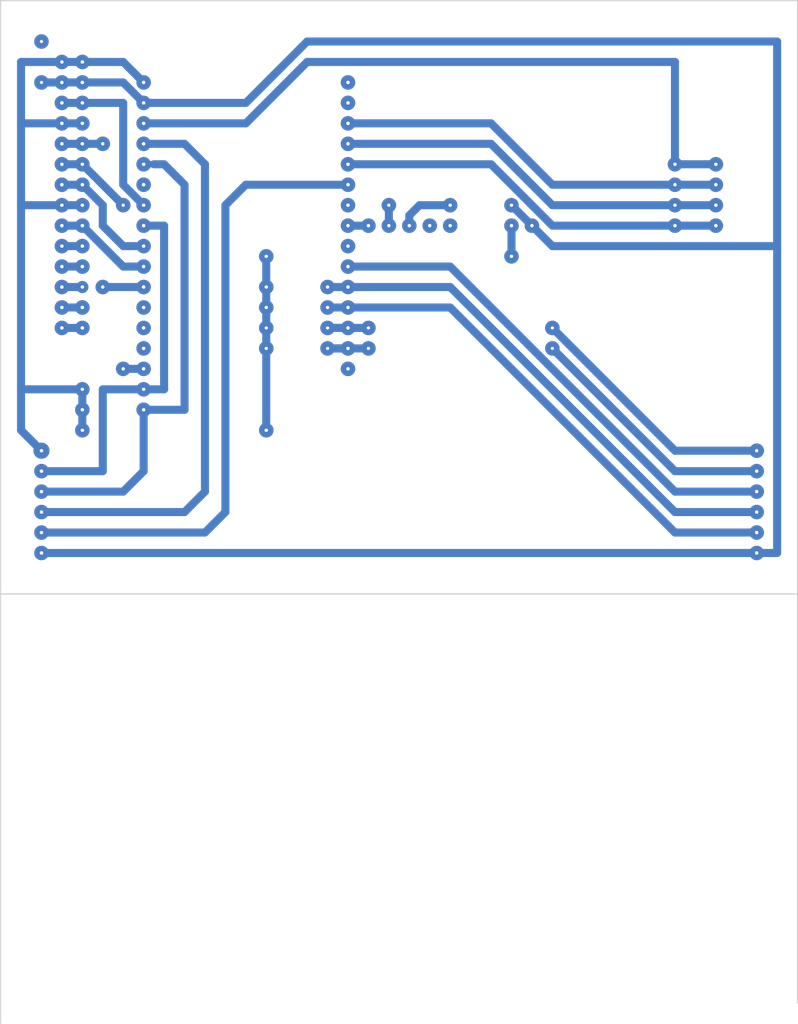
<source format=kicad_pcb>
(kicad_pcb (version 20171130) (host pcbnew "(5.0.1-3-g963ef8bb5)")

  (general
    (thickness 1.6)
    (drawings 5)
    (tracks 715)
    (zones 0)
    (modules 0)
    (nets 1)
  )

  (page A4)
  (layers
    (0 F.Cu signal)
    (31 B.Cu signal)
    (32 B.Adhes user)
    (33 F.Adhes user)
    (34 B.Paste user)
    (35 F.Paste user)
    (36 B.SilkS user)
    (37 F.SilkS user)
    (38 B.Mask user)
    (39 F.Mask user)
    (40 Dwgs.User user)
    (41 Cmts.User user)
    (42 Eco1.User user)
    (43 Eco2.User user)
    (44 Edge.Cuts user)
    (45 Margin user)
    (46 B.CrtYd user)
    (47 F.CrtYd user)
    (48 B.Fab user)
    (49 F.Fab user)
  )

  (setup
    (last_trace_width 1)
    (trace_clearance 0.2)
    (zone_clearance 0.508)
    (zone_45_only no)
    (trace_min 0.2)
    (segment_width 0.2)
    (edge_width 0.15)
    (via_size 1.8)
    (via_drill 0.4)
    (via_min_size 0.4)
    (via_min_drill 0.3)
    (uvia_size 0.3)
    (uvia_drill 0.1)
    (uvias_allowed no)
    (uvia_min_size 0.2)
    (uvia_min_drill 0.1)
    (pcb_text_width 0.3)
    (pcb_text_size 1.5 1.5)
    (mod_edge_width 0.15)
    (mod_text_size 1 1)
    (mod_text_width 0.15)
    (pad_size 1.524 1.524)
    (pad_drill 0.762)
    (pad_to_mask_clearance 0.051)
    (solder_mask_min_width 0.25)
    (aux_axis_origin 0 0)
    (visible_elements FFFFFF7F)
    (pcbplotparams
      (layerselection 0x010fc_ffffffff)
      (usegerberextensions false)
      (usegerberattributes false)
      (usegerberadvancedattributes false)
      (creategerberjobfile false)
      (excludeedgelayer true)
      (linewidth 0.150000)
      (plotframeref false)
      (viasonmask false)
      (mode 1)
      (useauxorigin false)
      (hpglpennumber 1)
      (hpglpenspeed 20)
      (hpglpendiameter 15.000000)
      (psnegative false)
      (psa4output false)
      (plotreference true)
      (plotvalue true)
      (plotinvisibletext false)
      (padsonsilk false)
      (subtractmaskfromsilk false)
      (outputformat 1)
      (mirror false)
      (drillshape 1)
      (scaleselection 1)
      (outputdirectory ""))
  )

  (net 0 "")

  (net_class Default "This is the default net class."
    (clearance 0.2)
    (trace_width 1)
    (via_dia 1.8)
    (via_drill 0.4)
    (uvia_dia 0.3)
    (uvia_drill 0.1)
  )

  (net_class neti ""
    (clearance 0.2)
    (trace_width 0.8)
    (via_dia 3)
    (via_drill 0.4)
    (uvia_dia 0.3)
    (uvia_drill 0.1)
  )

  (gr_line (start 57.15 91.44) (end 43.18 91.44) (layer Edge.Cuts) (width 0.15))
  (gr_line (start 57.15 91.44) (end 142.24 91.44) (layer Edge.Cuts) (width 0.15))
  (gr_line (start 142.24 17.78) (end 142.24 142.24) (layer Edge.Cuts) (width 0.15))
  (gr_line (start 43.18 17.78) (end 142.24 17.78) (layer Edge.Cuts) (width 0.15))
  (gr_line (start 43.18 144.78) (end 43.18 17.78) (layer Edge.Cuts) (width 0.15))

  (via (at 60.96 27.94) (size 0.8) (drill 0.4) (layers F.Cu B.Cu) (net 0))
  (via (at 60.96 30.48) (size 0.8) (drill 0.4) (layers F.Cu B.Cu) (net 0))
  (via (at 60.96 33.02) (size 0.8) (drill 0.4) (layers F.Cu B.Cu) (net 0))
  (via (at 60.96 35.56) (size 0.8) (drill 0.4) (layers F.Cu B.Cu) (net 0))
  (via (at 60.96 38.1) (size 0.8) (drill 0.4) (layers F.Cu B.Cu) (net 0))
  (via (at 60.96 38.1) (size 0.8) (drill 0.4) (layers F.Cu B.Cu) (net 0) (tstamp 5C68311F))
  (via (at 60.96 38.1) (size 0.8) (drill 0.4) (layers F.Cu B.Cu) (net 0))
  (via (at 60.96 40.64) (size 0.8) (drill 0.4) (layers F.Cu B.Cu) (net 0))
  (via (at 60.96 43.18) (size 0.8) (drill 0.4) (layers F.Cu B.Cu) (net 0))
  (via (at 60.96 45.72) (size 0.8) (drill 0.4) (layers F.Cu B.Cu) (net 0))
  (via (at 60.96 48.26) (size 0.8) (drill 0.4) (layers F.Cu B.Cu) (net 0))
  (via (at 60.96 50.8) (size 0.8) (drill 0.4) (layers F.Cu B.Cu) (net 0))
  (via (at 60.96 53.34) (size 0.8) (drill 0.4) (layers F.Cu B.Cu) (net 0))
  (via (at 60.96 55.88) (size 0.8) (drill 0.4) (layers F.Cu B.Cu) (net 0))
  (via (at 60.96 58.42) (size 0.8) (drill 0.4) (layers F.Cu B.Cu) (net 0))
  (via (at 60.96 60.96) (size 0.8) (drill 0.4) (layers F.Cu B.Cu) (net 0))
  (via (at 60.96 63.5) (size 0.8) (drill 0.4) (layers F.Cu B.Cu) (net 0))
  (via (at 86.36 27.94) (size 0.8) (drill 0.4) (layers F.Cu B.Cu) (net 0))
  (via (at 86.36 30.48) (size 0.8) (drill 0.4) (layers F.Cu B.Cu) (net 0))
  (via (at 86.36 33.02) (size 0.8) (drill 0.4) (layers F.Cu B.Cu) (net 0))
  (via (at 86.36 35.56) (size 0.8) (drill 0.4) (layers F.Cu B.Cu) (net 0))
  (via (at 86.36 38.1) (size 0.8) (drill 0.4) (layers F.Cu B.Cu) (net 0))
  (via (at 86.36 40.64) (size 0.8) (drill 0.4) (layers F.Cu B.Cu) (net 0))
  (via (at 86.36 43.18) (size 0.8) (drill 0.4) (layers F.Cu B.Cu) (net 0))
  (via (at 86.36 45.72) (size 0.8) (drill 0.4) (layers F.Cu B.Cu) (net 0))
  (via (at 86.36 48.26) (size 0.8) (drill 0.4) (layers F.Cu B.Cu) (net 0))
  (via (at 86.36 50.8) (size 0.8) (drill 0.4) (layers F.Cu B.Cu) (net 0))
  (via (at 86.36 53.34) (size 0.8) (drill 0.4) (layers F.Cu B.Cu) (net 0))
  (via (at 86.36 55.88) (size 0.8) (drill 0.4) (layers F.Cu B.Cu) (net 0))
  (via (at 86.36 58.42) (size 0.8) (drill 0.4) (layers F.Cu B.Cu) (net 0))
  (via (at 86.36 60.96) (size 0.8) (drill 0.4) (layers F.Cu B.Cu) (net 0))
  (via (at 86.36 63.5) (size 0.8) (drill 0.4) (layers F.Cu B.Cu) (net 0))
  (via (at 53.34 25.4) (size 0.8) (drill 0.4) (layers F.Cu B.Cu) (net 0))
  (via (at 53.34 27.94) (size 0.8) (drill 0.4) (layers F.Cu B.Cu) (net 0))
  (via (at 53.34 30.48) (size 0.8) (drill 0.4) (layers F.Cu B.Cu) (net 0))
  (via (at 53.34 33.02) (size 0.8) (drill 0.4) (layers F.Cu B.Cu) (net 0))
  (via (at 53.34 35.56) (size 0.8) (drill 0.4) (layers F.Cu B.Cu) (net 0))
  (via (at 53.34 38.1) (size 0.8) (drill 0.4) (layers F.Cu B.Cu) (net 0))
  (via (at 53.34 40.64) (size 0.8) (drill 0.4) (layers F.Cu B.Cu) (net 0))
  (via (at 53.34 43.18) (size 0.8) (drill 0.4) (layers F.Cu B.Cu) (net 0))
  (via (at 53.34 45.72) (size 0.8) (drill 0.4) (layers F.Cu B.Cu) (net 0))
  (via (at 53.34 48.26) (size 0.8) (drill 0.4) (layers F.Cu B.Cu) (net 0))
  (via (at 53.34 50.8) (size 0.8) (drill 0.4) (layers F.Cu B.Cu) (net 0))
  (via (at 53.34 53.34) (size 0.8) (drill 0.4) (layers F.Cu B.Cu) (net 0))
  (via (at 53.34 55.88) (size 0.8) (drill 0.4) (layers F.Cu B.Cu) (net 0))
  (via (at 53.34 58.42) (size 0.8) (drill 0.4) (layers F.Cu B.Cu) (net 0))
  (segment (start 50.8 25.4) (end 50.8 25.4) (width 0.25) (layer B.Cu) (net 0) (tstamp 5C683492))
  (via (at 50.8 25.4) (size 0.8) (drill 0.4) (layers F.Cu B.Cu) (net 0))
  (via (at 50.8 27.94) (size 0.8) (drill 0.4) (layers F.Cu B.Cu) (net 0))
  (via (at 50.8 30.48) (size 0.8) (drill 0.4) (layers F.Cu B.Cu) (net 0))
  (via (at 50.8 33.02) (size 0.8) (drill 0.4) (layers F.Cu B.Cu) (net 0))
  (via (at 50.8 35.56) (size 0.8) (drill 0.4) (layers F.Cu B.Cu) (net 0))
  (via (at 50.8 38.1) (size 0.8) (drill 0.4) (layers F.Cu B.Cu) (net 0))
  (via (at 50.8 40.64) (size 0.8) (drill 0.4) (layers F.Cu B.Cu) (net 0))
  (via (at 50.8 43.18) (size 0.8) (drill 0.4) (layers F.Cu B.Cu) (net 0))
  (via (at 50.8 45.72) (size 0.8) (drill 0.4) (layers F.Cu B.Cu) (net 0))
  (via (at 50.8 48.26) (size 0.8) (drill 0.4) (layers F.Cu B.Cu) (net 0))
  (via (at 50.8 50.8) (size 0.8) (drill 0.4) (layers F.Cu B.Cu) (net 0))
  (via (at 50.8 53.34) (size 0.8) (drill 0.4) (layers F.Cu B.Cu) (net 0))
  (via (at 50.8 55.88) (size 0.8) (drill 0.4) (layers F.Cu B.Cu) (net 0))
  (via (at 50.8 58.42) (size 0.8) (drill 0.4) (layers F.Cu B.Cu) (net 0))
  (via (at 127 38.1) (size 0.8) (drill 0.4) (layers F.Cu B.Cu) (net 0))
  (via (at 127 40.64) (size 0.8) (drill 0.4) (layers F.Cu B.Cu) (net 0))
  (via (at 127 43.18) (size 0.8) (drill 0.4) (layers F.Cu B.Cu) (net 0))
  (via (at 127 45.72) (size 0.8) (drill 0.4) (layers F.Cu B.Cu) (net 0))
  (via (at 132.08 45.72) (size 0.8) (drill 0.4) (layers F.Cu B.Cu) (net 0))
  (via (at 132.08 43.18) (size 0.8) (drill 0.4) (layers F.Cu B.Cu) (net 0))
  (via (at 132.08 40.64) (size 0.8) (drill 0.4) (layers F.Cu B.Cu) (net 0))
  (via (at 132.08 38.1) (size 0.8) (drill 0.4) (layers F.Cu B.Cu) (net 0))
  (via (at 48.26 76.2) (size 0.8) (drill 0.4) (layers F.Cu B.Cu) (net 0))
  (via (at 48.26 78.74) (size 0.8) (drill 0.4) (layers F.Cu B.Cu) (net 0))
  (via (at 48.26 81.28) (size 0.8) (drill 0.4) (layers F.Cu B.Cu) (net 0))
  (via (at 48.26 83.82) (size 0.8) (drill 0.4) (layers F.Cu B.Cu) (net 0))
  (via (at 48.26 86.36) (size 0.8) (drill 0.4) (layers F.Cu B.Cu) (net 0))
  (via (at 137.16 76.2) (size 0.8) (drill 0.4) (layers F.Cu B.Cu) (net 0))
  (via (at 137.16 78.74) (size 0.8) (drill 0.4) (layers F.Cu B.Cu) (net 0))
  (via (at 137.16 81.28) (size 0.8) (drill 0.4) (layers F.Cu B.Cu) (net 0))
  (via (at 137.16 83.82) (size 0.8) (drill 0.4) (layers F.Cu B.Cu) (net 0))
  (via (at 137.16 86.36) (size 0.8) (drill 0.4) (layers F.Cu B.Cu) (net 0))
  (via (at 48.26 78.74) (size 0.8) (drill 0.4) (layers F.Cu B.Cu) (net 0) (tstamp 5C6836AE))
  (via (at 48.26 78.74) (size 0.8) (drill 0.4) (layers F.Cu B.Cu) (net 0))
  (via (at 60.96 63.5) (size 0.8) (drill 0.4) (layers F.Cu B.Cu) (net 0) (tstamp 5C6837BA))
  (via (at 60.96 63.5) (size 1.2) (drill 0.4) (layers F.Cu B.Cu) (net 0))
  (via (at 60.96 60.96) (size 0.8) (drill 0.4) (layers F.Cu B.Cu) (net 0) (tstamp 5C6837BC))
  (via (at 60.96 60.96) (size 1.2) (drill 0.4) (layers F.Cu B.Cu) (net 0))
  (via (at 60.96 27.94) (size 0.8) (drill 0.4) (layers F.Cu B.Cu) (net 0) (tstamp 5C6837BF))
  (via (at 60.96 27.94) (size 1.2) (drill 0.4) (layers F.Cu B.Cu) (net 0))
  (via (at 60.96 30.48) (size 0.8) (drill 0.4) (layers F.Cu B.Cu) (net 0) (tstamp 5C6837C1))
  (via (at 60.96 30.48) (size 1.2) (drill 0.4) (layers F.Cu B.Cu) (net 0))
  (via (at 60.96 33.02) (size 0.8) (drill 0.4) (layers F.Cu B.Cu) (net 0) (tstamp 5C6837C3))
  (via (at 60.96 33.02) (size 1.2) (drill 0.4) (layers F.Cu B.Cu) (net 0))
  (via (at 60.96 35.56) (size 0.8) (drill 0.4) (layers F.Cu B.Cu) (net 0) (tstamp 5C6837C5))
  (via (at 60.96 35.56) (size 1.2) (drill 0.4) (layers F.Cu B.Cu) (net 0))
  (via (at 60.96 38.1) (size 0.8) (drill 0.4) (layers F.Cu B.Cu) (net 0) (tstamp 5C6837C7))
  (via (at 60.96 38.1) (size 1.2) (drill 0.4) (layers F.Cu B.Cu) (net 0))
  (via (at 60.96 40.64) (size 0.8) (drill 0.4) (layers F.Cu B.Cu) (net 0) (tstamp 5C6837C9))
  (via (at 60.96 40.64) (size 1.2) (drill 0.4) (layers F.Cu B.Cu) (net 0))
  (via (at 60.96 43.18) (size 0.8) (drill 0.4) (layers F.Cu B.Cu) (net 0) (tstamp 5C6837CB))
  (via (at 60.96 43.18) (size 1.2) (drill 0.4) (layers F.Cu B.Cu) (net 0))
  (via (at 60.96 45.72) (size 0.8) (drill 0.4) (layers F.Cu B.Cu) (net 0) (tstamp 5C6837CD))
  (via (at 60.96 45.72) (size 1.2) (drill 0.4) (layers F.Cu B.Cu) (net 0))
  (via (at 60.96 48.26) (size 0.8) (drill 0.4) (layers F.Cu B.Cu) (net 0) (tstamp 5C6837CF))
  (via (at 60.96 48.26) (size 1.2) (drill 0.4) (layers F.Cu B.Cu) (net 0))
  (via (at 60.96 50.8) (size 0.8) (drill 0.4) (layers F.Cu B.Cu) (net 0) (tstamp 5C6837D1))
  (via (at 60.96 50.8) (size 1.2) (drill 0.4) (layers F.Cu B.Cu) (net 0))
  (via (at 60.96 53.34) (size 0.8) (drill 0.4) (layers F.Cu B.Cu) (net 0) (tstamp 5C6837D3))
  (via (at 60.96 53.34) (size 1.2) (drill 0.4) (layers F.Cu B.Cu) (net 0))
  (via (at 60.96 55.88) (size 0.8) (drill 0.4) (layers F.Cu B.Cu) (net 0) (tstamp 5C6837D5))
  (via (at 60.96 55.88) (size 1.2) (drill 0.4) (layers F.Cu B.Cu) (net 0))
  (via (at 60.96 58.42) (size 0.8) (drill 0.4) (layers F.Cu B.Cu) (net 0) (tstamp 5C6837D7))
  (via (at 60.96 58.42) (size 1.2) (drill 0.4) (layers F.Cu B.Cu) (net 0))
  (via (at 60.96 60.96) (size 0.8) (drill 0.4) (layers F.Cu B.Cu) (net 0) (tstamp 5C6837D9))
  (via (at 60.96 60.96) (size 1.2) (drill 0.4) (layers F.Cu B.Cu) (net 0))
  (via (at 86.36 27.94) (size 0.8) (drill 0.4) (layers F.Cu B.Cu) (net 0) (tstamp 5C6837DB))
  (via (at 86.36 27.94) (size 1.2) (drill 0.4) (layers F.Cu B.Cu) (net 0))
  (via (at 86.36 30.48) (size 0.8) (drill 0.4) (layers F.Cu B.Cu) (net 0) (tstamp 5C6837DD))
  (via (at 86.36 30.48) (size 1.2) (drill 0.4) (layers F.Cu B.Cu) (net 0))
  (via (at 86.36 33.02) (size 0.8) (drill 0.4) (layers F.Cu B.Cu) (net 0) (tstamp 5C6837DF))
  (via (at 86.36 33.02) (size 1.2) (drill 0.4) (layers F.Cu B.Cu) (net 0))
  (via (at 86.36 35.56) (size 0.8) (drill 0.4) (layers F.Cu B.Cu) (net 0) (tstamp 5C6837E1))
  (via (at 86.36 35.56) (size 1.2) (drill 0.4) (layers F.Cu B.Cu) (net 0))
  (via (at 86.36 38.1) (size 0.8) (drill 0.4) (layers F.Cu B.Cu) (net 0) (tstamp 5C6837E3))
  (via (at 86.36 38.1) (size 1.2) (drill 0.4) (layers F.Cu B.Cu) (net 0))
  (via (at 86.36 40.64) (size 0.8) (drill 0.4) (layers F.Cu B.Cu) (net 0) (tstamp 5C6837E5))
  (via (at 86.36 40.64) (size 1.2) (drill 0.4) (layers F.Cu B.Cu) (net 0))
  (via (at 60.96 63.5) (size 0.8) (drill 0.4) (layers F.Cu B.Cu) (net 0) (tstamp 5C6837EF))
  (via (at 60.96 63.5) (size 1.2) (drill 0.4) (layers F.Cu B.Cu) (net 0))
  (via (at 60.96 63.5) (size 0.8) (drill 0.4) (layers F.Cu B.Cu) (net 0) (tstamp 5C6837F3))
  (via (at 60.96 63.5) (size 1.5) (drill 0.4) (layers F.Cu B.Cu) (net 0))
  (via (at 60.96 60.96) (size 0.8) (drill 0.4) (layers F.Cu B.Cu) (net 0) (tstamp 5C6837F5))
  (via (at 60.96 60.96) (size 1.5) (drill 0.4) (layers F.Cu B.Cu) (net 0))
  (via (at 60.96 60.96) (size 0.8) (drill 0.4) (layers F.Cu B.Cu) (net 0) (tstamp 5C6837F7))
  (via (at 60.96 60.96) (size 1.5) (drill 0.4) (layers F.Cu B.Cu) (net 0))
  (via (at 60.96 58.42) (size 0.8) (drill 0.4) (layers F.Cu B.Cu) (net 0) (tstamp 5C6837F9))
  (via (at 60.96 58.42) (size 1.5) (drill 0.4) (layers F.Cu B.Cu) (net 0))
  (via (at 60.96 55.88) (size 0.8) (drill 0.4) (layers F.Cu B.Cu) (net 0) (tstamp 5C6837FB))
  (via (at 60.96 55.88) (size 1.5) (drill 0.4) (layers F.Cu B.Cu) (net 0))
  (via (at 60.96 53.34) (size 0.8) (drill 0.4) (layers F.Cu B.Cu) (net 0) (tstamp 5C6837FD))
  (via (at 60.96 53.34) (size 1.5) (drill 0.4) (layers F.Cu B.Cu) (net 0))
  (via (at 60.96 50.8) (size 0.8) (drill 0.4) (layers F.Cu B.Cu) (net 0) (tstamp 5C6837FF))
  (via (at 60.96 50.8) (size 1.5) (drill 0.4) (layers F.Cu B.Cu) (net 0))
  (via (at 60.96 48.26) (size 0.8) (drill 0.4) (layers F.Cu B.Cu) (net 0) (tstamp 5C683801))
  (via (at 60.96 48.26) (size 1.5) (drill 0.4) (layers F.Cu B.Cu) (net 0))
  (via (at 60.96 45.72) (size 0.8) (drill 0.4) (layers F.Cu B.Cu) (net 0) (tstamp 5C683803))
  (via (at 60.96 45.72) (size 1.5) (drill 0.4) (layers F.Cu B.Cu) (net 0))
  (via (at 60.96 43.18) (size 0.8) (drill 0.4) (layers F.Cu B.Cu) (net 0) (tstamp 5C683805))
  (via (at 60.96 43.18) (size 1.5) (drill 0.4) (layers F.Cu B.Cu) (net 0))
  (via (at 60.96 40.64) (size 0.8) (drill 0.4) (layers F.Cu B.Cu) (net 0) (tstamp 5C683807))
  (via (at 60.96 40.64) (size 1.5) (drill 0.4) (layers F.Cu B.Cu) (net 0))
  (via (at 60.96 38.1) (size 0.8) (drill 0.4) (layers F.Cu B.Cu) (net 0) (tstamp 5C683809))
  (via (at 60.96 38.1) (size 1.5) (drill 0.4) (layers F.Cu B.Cu) (net 0))
  (via (at 60.96 35.56) (size 0.8) (drill 0.4) (layers F.Cu B.Cu) (net 0) (tstamp 5C68380B))
  (via (at 60.96 35.56) (size 1.5) (drill 0.4) (layers F.Cu B.Cu) (net 0))
  (via (at 60.96 33.02) (size 0.8) (drill 0.4) (layers F.Cu B.Cu) (net 0) (tstamp 5C68380D))
  (via (at 60.96 33.02) (size 1.5) (drill 0.4) (layers F.Cu B.Cu) (net 0))
  (via (at 60.96 30.48) (size 0.8) (drill 0.4) (layers F.Cu B.Cu) (net 0) (tstamp 5C68380F))
  (via (at 60.96 30.48) (size 1.5) (drill 0.4) (layers F.Cu B.Cu) (net 0))
  (via (at 60.96 27.94) (size 0.8) (drill 0.4) (layers F.Cu B.Cu) (net 0) (tstamp 5C683811))
  (via (at 60.96 27.94) (size 1.5) (drill 0.4) (layers F.Cu B.Cu) (net 0))
  (via (at 53.34 25.4) (size 0.8) (drill 0.4) (layers F.Cu B.Cu) (net 0) (tstamp 5C683813))
  (via (at 53.34 25.4) (size 1.5) (drill 0.4) (layers F.Cu B.Cu) (net 0))
  (via (at 53.34 27.94) (size 0.8) (drill 0.4) (layers F.Cu B.Cu) (net 0) (tstamp 5C683815))
  (via (at 53.34 27.94) (size 1.5) (drill 0.4) (layers F.Cu B.Cu) (net 0))
  (via (at 53.34 30.48) (size 0.8) (drill 0.4) (layers F.Cu B.Cu) (net 0) (tstamp 5C683817))
  (via (at 53.34 30.48) (size 1.5) (drill 0.4) (layers F.Cu B.Cu) (net 0))
  (via (at 53.34 33.02) (size 0.8) (drill 0.4) (layers F.Cu B.Cu) (net 0) (tstamp 5C683819))
  (via (at 53.34 33.02) (size 1.5) (drill 0.4) (layers F.Cu B.Cu) (net 0))
  (via (at 53.34 35.56) (size 0.8) (drill 0.4) (layers F.Cu B.Cu) (net 0) (tstamp 5C68381B))
  (via (at 53.34 35.56) (size 1.5) (drill 0.4) (layers F.Cu B.Cu) (net 0))
  (via (at 53.34 38.1) (size 0.8) (drill 0.4) (layers F.Cu B.Cu) (net 0) (tstamp 5C68381D))
  (via (at 53.34 38.1) (size 1.5) (drill 0.4) (layers F.Cu B.Cu) (net 0))
  (via (at 53.34 40.64) (size 0.8) (drill 0.4) (layers F.Cu B.Cu) (net 0) (tstamp 5C68381F))
  (via (at 53.34 40.64) (size 1.5) (drill 0.4) (layers F.Cu B.Cu) (net 0))
  (via (at 53.34 43.18) (size 0.8) (drill 0.4) (layers F.Cu B.Cu) (net 0) (tstamp 5C683821))
  (via (at 53.34 43.18) (size 1.5) (drill 0.4) (layers F.Cu B.Cu) (net 0))
  (via (at 53.34 45.72) (size 0.8) (drill 0.4) (layers F.Cu B.Cu) (net 0) (tstamp 5C683823))
  (via (at 53.34 45.72) (size 1.5) (drill 0.4) (layers F.Cu B.Cu) (net 0))
  (via (at 53.34 48.26) (size 0.8) (drill 0.4) (layers F.Cu B.Cu) (net 0) (tstamp 5C683825))
  (via (at 53.34 48.26) (size 1.5) (drill 0.4) (layers F.Cu B.Cu) (net 0))
  (via (at 53.34 50.8) (size 0.8) (drill 0.4) (layers F.Cu B.Cu) (net 0) (tstamp 5C683827))
  (via (at 53.34 50.8) (size 1.5) (drill 0.4) (layers F.Cu B.Cu) (net 0))
  (via (at 53.34 53.34) (size 0.8) (drill 0.4) (layers F.Cu B.Cu) (net 0) (tstamp 5C683829))
  (via (at 53.34 53.34) (size 1.5) (drill 0.4) (layers F.Cu B.Cu) (net 0))
  (via (at 53.34 55.88) (size 0.8) (drill 0.4) (layers F.Cu B.Cu) (net 0) (tstamp 5C68382B))
  (via (at 53.34 55.88) (size 1.5) (drill 0.4) (layers F.Cu B.Cu) (net 0))
  (via (at 53.34 58.42) (size 0.8) (drill 0.4) (layers F.Cu B.Cu) (net 0) (tstamp 5C68382D))
  (via (at 53.34 58.42) (size 1.5) (drill 0.4) (layers F.Cu B.Cu) (net 0))
  (segment (start 50.8 25.4) (end 50.8 25.4) (width 0.25) (layer B.Cu) (net 0) (tstamp 5C68382F))
  (via (at 50.8 25.4) (size 1.5) (drill 0.4) (layers F.Cu B.Cu) (net 0))
  (via (at 50.8 27.94) (size 0.8) (drill 0.4) (layers F.Cu B.Cu) (net 0) (tstamp 5C683831))
  (via (at 50.8 27.94) (size 1.5) (drill 0.4) (layers F.Cu B.Cu) (net 0))
  (via (at 50.8 30.48) (size 0.8) (drill 0.4) (layers F.Cu B.Cu) (net 0) (tstamp 5C683833))
  (via (at 50.8 30.48) (size 1.5) (drill 0.4) (layers F.Cu B.Cu) (net 0))
  (via (at 50.8 33.02) (size 0.8) (drill 0.4) (layers F.Cu B.Cu) (net 0) (tstamp 5C683835))
  (via (at 50.8 33.02) (size 1.5) (drill 0.4) (layers F.Cu B.Cu) (net 0))
  (via (at 50.8 35.56) (size 0.8) (drill 0.4) (layers F.Cu B.Cu) (net 0) (tstamp 5C683837))
  (via (at 50.8 35.56) (size 1.5) (drill 0.4) (layers F.Cu B.Cu) (net 0))
  (via (at 50.8 38.1) (size 0.8) (drill 0.4) (layers F.Cu B.Cu) (net 0) (tstamp 5C683839))
  (via (at 50.8 38.1) (size 1.5) (drill 0.4) (layers F.Cu B.Cu) (net 0))
  (via (at 50.8 40.64) (size 0.8) (drill 0.4) (layers F.Cu B.Cu) (net 0) (tstamp 5C68383B))
  (via (at 50.8 40.64) (size 1.5) (drill 0.4) (layers F.Cu B.Cu) (net 0))
  (via (at 50.8 43.18) (size 0.8) (drill 0.4) (layers F.Cu B.Cu) (net 0) (tstamp 5C68383D))
  (via (at 50.8 43.18) (size 1.5) (drill 0.4) (layers F.Cu B.Cu) (net 0))
  (via (at 50.8 45.72) (size 0.8) (drill 0.4) (layers F.Cu B.Cu) (net 0) (tstamp 5C68383F))
  (via (at 50.8 45.72) (size 1.5) (drill 0.4) (layers F.Cu B.Cu) (net 0))
  (via (at 50.8 48.26) (size 0.8) (drill 0.4) (layers F.Cu B.Cu) (net 0) (tstamp 5C683841))
  (via (at 50.8 48.26) (size 1.5) (drill 0.4) (layers F.Cu B.Cu) (net 0))
  (via (at 50.8 50.8) (size 0.8) (drill 0.4) (layers F.Cu B.Cu) (net 0) (tstamp 5C683843))
  (via (at 50.8 50.8) (size 1.5) (drill 0.4) (layers F.Cu B.Cu) (net 0))
  (via (at 50.8 53.34) (size 0.8) (drill 0.4) (layers F.Cu B.Cu) (net 0) (tstamp 5C683845))
  (via (at 50.8 53.34) (size 1.5) (drill 0.4) (layers F.Cu B.Cu) (net 0))
  (via (at 50.8 55.88) (size 0.8) (drill 0.4) (layers F.Cu B.Cu) (net 0) (tstamp 5C683847))
  (via (at 50.8 55.88) (size 1.5) (drill 0.4) (layers F.Cu B.Cu) (net 0))
  (via (at 50.8 58.42) (size 0.8) (drill 0.4) (layers F.Cu B.Cu) (net 0) (tstamp 5C683849))
  (via (at 50.8 58.42) (size 1.5) (drill 0.4) (layers F.Cu B.Cu) (net 0))
  (via (at 86.36 27.94) (size 0.8) (drill 0.4) (layers F.Cu B.Cu) (net 0) (tstamp 5C68384B))
  (via (at 86.36 27.94) (size 1.5) (drill 0.4) (layers F.Cu B.Cu) (net 0))
  (via (at 86.36 30.48) (size 0.8) (drill 0.4) (layers F.Cu B.Cu) (net 0) (tstamp 5C68384D))
  (via (at 86.36 30.48) (size 1.5) (drill 0.4) (layers F.Cu B.Cu) (net 0))
  (via (at 86.36 33.02) (size 0.8) (drill 0.4) (layers F.Cu B.Cu) (net 0) (tstamp 5C68384F))
  (via (at 86.36 33.02) (size 1.5) (drill 0.4) (layers F.Cu B.Cu) (net 0))
  (via (at 86.36 35.56) (size 0.8) (drill 0.4) (layers F.Cu B.Cu) (net 0) (tstamp 5C683851))
  (via (at 86.36 35.56) (size 1.5) (drill 0.4) (layers F.Cu B.Cu) (net 0))
  (via (at 86.36 38.1) (size 0.8) (drill 0.4) (layers F.Cu B.Cu) (net 0) (tstamp 5C683853))
  (via (at 86.36 38.1) (size 1.5) (drill 0.4) (layers F.Cu B.Cu) (net 0))
  (via (at 86.36 40.64) (size 0.8) (drill 0.4) (layers F.Cu B.Cu) (net 0) (tstamp 5C683855))
  (via (at 86.36 40.64) (size 1.5) (drill 0.4) (layers F.Cu B.Cu) (net 0))
  (via (at 86.36 43.18) (size 0.8) (drill 0.4) (layers F.Cu B.Cu) (net 0) (tstamp 5C683857))
  (via (at 86.36 43.18) (size 1.5) (drill 0.4) (layers F.Cu B.Cu) (net 0))
  (via (at 86.36 45.72) (size 0.8) (drill 0.4) (layers F.Cu B.Cu) (net 0) (tstamp 5C683859))
  (via (at 86.36 45.72) (size 1.5) (drill 0.4) (layers F.Cu B.Cu) (net 0))
  (via (at 86.36 48.26) (size 0.8) (drill 0.4) (layers F.Cu B.Cu) (net 0) (tstamp 5C68385B))
  (via (at 86.36 48.26) (size 1.5) (drill 0.4) (layers F.Cu B.Cu) (net 0))
  (via (at 86.36 50.8) (size 0.8) (drill 0.4) (layers F.Cu B.Cu) (net 0) (tstamp 5C68385D))
  (via (at 86.36 50.8) (size 1.5) (drill 0.4) (layers F.Cu B.Cu) (net 0))
  (via (at 86.36 53.34) (size 0.8) (drill 0.4) (layers F.Cu B.Cu) (net 0) (tstamp 5C68385F))
  (via (at 86.36 53.34) (size 1.5) (drill 0.4) (layers F.Cu B.Cu) (net 0))
  (via (at 86.36 55.88) (size 0.8) (drill 0.4) (layers F.Cu B.Cu) (net 0) (tstamp 5C683861))
  (via (at 86.36 55.88) (size 1.5) (drill 0.4) (layers F.Cu B.Cu) (net 0))
  (via (at 86.36 58.42) (size 0.8) (drill 0.4) (layers F.Cu B.Cu) (net 0) (tstamp 5C683863))
  (via (at 86.36 58.42) (size 1.5) (drill 0.4) (layers F.Cu B.Cu) (net 0))
  (via (at 86.36 60.96) (size 0.8) (drill 0.4) (layers F.Cu B.Cu) (net 0) (tstamp 5C683865))
  (via (at 86.36 60.96) (size 1.5) (drill 0.4) (layers F.Cu B.Cu) (net 0))
  (via (at 86.36 63.5) (size 0.8) (drill 0.4) (layers F.Cu B.Cu) (net 0) (tstamp 5C683867))
  (via (at 86.36 63.5) (size 1.5) (drill 0.4) (layers F.Cu B.Cu) (net 0))
  (via (at 127 38.1) (size 0.8) (drill 0.4) (layers F.Cu B.Cu) (net 0) (tstamp 5C683869))
  (via (at 127 38.1) (size 1.5) (drill 0.4) (layers F.Cu B.Cu) (net 0))
  (via (at 127 40.64) (size 0.8) (drill 0.4) (layers F.Cu B.Cu) (net 0) (tstamp 5C68386B))
  (via (at 127 40.64) (size 1.5) (drill 0.4) (layers F.Cu B.Cu) (net 0))
  (via (at 127 43.18) (size 0.8) (drill 0.4) (layers F.Cu B.Cu) (net 0) (tstamp 5C68386D))
  (via (at 127 43.18) (size 1.5) (drill 0.4) (layers F.Cu B.Cu) (net 0))
  (via (at 127 45.72) (size 0.8) (drill 0.4) (layers F.Cu B.Cu) (net 0) (tstamp 5C68386F))
  (via (at 127 45.72) (size 1.5) (drill 0.4) (layers F.Cu B.Cu) (net 0))
  (via (at 132.08 45.72) (size 0.8) (drill 0.4) (layers F.Cu B.Cu) (net 0) (tstamp 5C683871))
  (via (at 132.08 45.72) (size 1.5) (drill 0.4) (layers F.Cu B.Cu) (net 0))
  (via (at 132.08 43.18) (size 0.8) (drill 0.4) (layers F.Cu B.Cu) (net 0) (tstamp 5C683873))
  (via (at 132.08 43.18) (size 1.5) (drill 0.4) (layers F.Cu B.Cu) (net 0))
  (via (at 132.08 40.64) (size 0.8) (drill 0.4) (layers F.Cu B.Cu) (net 0) (tstamp 5C683875))
  (via (at 132.08 40.64) (size 1.5) (drill 0.4) (layers F.Cu B.Cu) (net 0))
  (via (at 132.08 38.1) (size 0.8) (drill 0.4) (layers F.Cu B.Cu) (net 0) (tstamp 5C683877))
  (via (at 132.08 38.1) (size 1.5) (drill 0.4) (layers F.Cu B.Cu) (net 0))
  (via (at 137.16 76.2) (size 0.8) (drill 0.4) (layers F.Cu B.Cu) (net 0) (tstamp 5C683879))
  (via (at 137.16 76.2) (size 1.5) (drill 0.4) (layers F.Cu B.Cu) (net 0))
  (via (at 137.16 78.74) (size 0.8) (drill 0.4) (layers F.Cu B.Cu) (net 0) (tstamp 5C68387B))
  (via (at 137.16 78.74) (size 1.5) (drill 0.4) (layers F.Cu B.Cu) (net 0))
  (via (at 137.16 81.28) (size 0.8) (drill 0.4) (layers F.Cu B.Cu) (net 0) (tstamp 5C68387D))
  (via (at 137.16 81.28) (size 1.5) (drill 0.4) (layers F.Cu B.Cu) (net 0))
  (via (at 137.16 83.82) (size 0.8) (drill 0.4) (layers F.Cu B.Cu) (net 0) (tstamp 5C68387F))
  (via (at 137.16 83.82) (size 1.5) (drill 0.4) (layers F.Cu B.Cu) (net 0))
  (via (at 137.16 86.36) (size 0.8) (drill 0.4) (layers F.Cu B.Cu) (net 0) (tstamp 5C683881))
  (via (at 137.16 86.36) (size 1.5) (drill 0.4) (layers F.Cu B.Cu) (net 0))
  (via (at 48.26 76.2) (size 0.8) (drill 0.4) (layers F.Cu B.Cu) (net 0) (tstamp 5C683885))
  (via (at 48.26 73.66) (size 1.5) (drill 0.4) (layers F.Cu B.Cu) (net 0))
  (via (at 48.26 78.74) (size 0.8) (drill 0.4) (layers F.Cu B.Cu) (net 0) (tstamp 5C683887))
  (via (at 48.26 78.74) (size 1.5) (drill 0.4) (layers F.Cu B.Cu) (net 0))
  (via (at 48.26 81.28) (size 0.8) (drill 0.4) (layers F.Cu B.Cu) (net 0) (tstamp 5C683889))
  (via (at 48.26 81.28) (size 1.5) (drill 0.4) (layers F.Cu B.Cu) (net 0))
  (via (at 48.26 83.82) (size 0.8) (drill 0.4) (layers F.Cu B.Cu) (net 0) (tstamp 5C68388B))
  (via (at 48.26 83.82) (size 1.5) (drill 0.4) (layers F.Cu B.Cu) (net 0))
  (via (at 48.26 86.36) (size 0.8) (drill 0.4) (layers F.Cu B.Cu) (net 0) (tstamp 5C68388D))
  (via (at 48.26 86.36) (size 1.5) (drill 0.4) (layers F.Cu B.Cu) (net 0))
  (segment (start 50.8 25.4) (end 53.34 25.4) (width 0.5) (layer B.Cu) (net 0))
  (segment (start 53.34 25.4) (end 58.42 25.4) (width 0.5) (layer B.Cu) (net 0))
  (segment (start 48.26 25.4) (end 50.8 25.4) (width 0.5) (layer B.Cu) (net 0))
  (segment (start 50.8 33.02) (end 48.26 33.02) (width 0.5) (layer B.Cu) (net 0))
  (segment (start 50.8 43.18) (end 48.26 43.18) (width 0.5) (layer B.Cu) (net 0))
  (segment (start 58.42 30.48) (end 58.42 33.02) (width 0.5) (layer B.Cu) (net 0))
  (segment (start 139.7 22.86) (end 139.7 27.94) (width 0.5) (layer B.Cu) (net 0))
  (segment (start 139.7 27.94) (end 139.7 25.4) (width 0.5) (layer B.Cu) (net 0))
  (segment (start 139.7 38.1) (end 139.7 27.94) (width 0.5) (layer B.Cu) (net 0))
  (via (at 48.26 76.2) (size 0.8) (drill 0.4) (layers F.Cu B.Cu) (net 0) (tstamp 5C6842EE))
  (via (at 48.26 76.2) (size 1.5) (drill 0.4) (layers F.Cu B.Cu) (net 0))
  (via (at 137.16 73.66) (size 1.5) (drill 0.4) (layers F.Cu B.Cu) (net 0))
  (segment (start 139.7 73.66) (end 139.7 76.2) (width 0.5) (layer B.Cu) (net 0))
  (segment (start 58.42 43.18) (end 58.42 43.18) (width 0.5) (layer B.Cu) (net 0) (tstamp 5C684667))
  (via (at 58.42 43.18) (size 1.5) (drill 0.4) (layers F.Cu B.Cu) (net 0))
  (via (at 58.42 63.5) (size 1.5) (drill 0.4) (layers F.Cu B.Cu) (net 0))
  (via (at 55.88 35.56) (size 1.5) (drill 0.4) (layers F.Cu B.Cu) (net 0))
  (via (at 55.88 53.34) (size 1.5) (drill 0.4) (layers F.Cu B.Cu) (net 0))
  (via (at 53.34 66.04) (size 1.5) (drill 0.4) (layers F.Cu B.Cu) (net 0))
  (via (at 53.34 68.58) (size 1.5) (drill 0.4) (layers F.Cu B.Cu) (net 0))
  (via (at 53.34 71.12) (size 1.5) (drill 0.4) (layers F.Cu B.Cu) (net 0))
  (via (at 83.82 53.34) (size 1.5) (drill 0.4) (layers F.Cu B.Cu) (net 0))
  (via (at 83.82 55.88) (size 1.5) (drill 0.4) (layers F.Cu B.Cu) (net 0))
  (via (at 76.2 53.34) (size 1.5) (drill 0.4) (layers F.Cu B.Cu) (net 0))
  (via (at 76.2 55.88) (size 1.5) (drill 0.4) (layers F.Cu B.Cu) (net 0))
  (via (at 76.2 71.12) (size 1.5) (drill 0.4) (layers F.Cu B.Cu) (net 0))
  (segment (start 76.2 53.34) (end 76.2 58.42) (width 0.5) (layer B.Cu) (net 0))
  (segment (start 139.7 86.36) (end 139.7 76.2) (width 0.5) (layer B.Cu) (net 0))
  (via (at 60.96 66.04) (size 1.5) (drill 0.4) (layers F.Cu B.Cu) (net 0))
  (via (at 60.96 68.58) (size 1.5) (drill 0.4) (layers F.Cu B.Cu) (net 0))
  (via (at 88.9 45.72) (size 1.5) (drill 0.4) (layers F.Cu B.Cu) (net 0))
  (via (at 91.44 45.72) (size 1.5) (drill 0.4) (layers F.Cu B.Cu) (net 0))
  (via (at 93.98 45.72) (size 1.5) (drill 0.4) (layers F.Cu B.Cu) (net 0))
  (via (at 96.52 45.72) (size 1.5) (drill 0.4) (layers F.Cu B.Cu) (net 0))
  (via (at 99.06 45.72) (size 1.5) (drill 0.4) (layers F.Cu B.Cu) (net 0))
  (via (at 106.68 45.72) (size 1.5) (drill 0.4) (layers F.Cu B.Cu) (net 0))
  (via (at 109.22 45.72) (size 1.5) (drill 0.4) (layers F.Cu B.Cu) (net 0))
  (segment (start 139.7 48.26) (end 139.7 73.66) (width 0.5) (layer B.Cu) (net 0))
  (segment (start 139.7 38.1) (end 139.7 48.26) (width 0.5) (layer B.Cu) (net 0))
  (via (at 91.44 43.18) (size 1.5) (drill 0.4) (layers F.Cu B.Cu) (net 0))
  (via (at 99.06 43.18) (size 1.5) (drill 0.4) (layers F.Cu B.Cu) (net 0))
  (segment (start 76.2 50.8) (end 76.2 52.07) (width 0.5) (layer B.Cu) (net 0))
  (segment (start 76.2 52.07) (end 76.2 53.34) (width 0.5) (layer B.Cu) (net 0))
  (via (at 106.68 43.18) (size 1.5) (drill 0.4) (layers F.Cu B.Cu) (net 0))
  (via (at 76.2 49.53) (size 1.5) (drill 0.4) (layers F.Cu B.Cu) (net 0))
  (via (at 106.68 49.53) (size 1.5) (drill 0.4) (layers F.Cu B.Cu) (net 0))
  (segment (start 76.2 49.53) (end 76.2 53.34) (width 0.5) (layer B.Cu) (net 0))
  (via (at 48.26 73.66) (size 1.5) (drill 0.4) (layers F.Cu B.Cu) (net 0) (tstamp 5C7B7556))
  (via (at 48.26 73.66) (size 2) (drill 0.4) (layers F.Cu B.Cu) (net 0))
  (via (at 48.26 76.2) (size 0.8) (drill 0.4) (layers F.Cu B.Cu) (net 0) (tstamp 5C7B7558))
  (via (at 48.26 76.2) (size 1.8) (drill 0.4) (layers F.Cu B.Cu) (net 0))
  (via (at 48.26 78.74) (size 0.8) (drill 0.4) (layers F.Cu B.Cu) (net 0) (tstamp 5C7B755A))
  (via (at 48.26 78.74) (size 1.8) (drill 0.4) (layers F.Cu B.Cu) (net 0))
  (via (at 48.26 81.28) (size 0.8) (drill 0.4) (layers F.Cu B.Cu) (net 0) (tstamp 5C7B755C))
  (via (at 48.26 81.28) (size 1.8) (drill 0.4) (layers F.Cu B.Cu) (net 0))
  (via (at 48.26 83.82) (size 0.8) (drill 0.4) (layers F.Cu B.Cu) (net 0) (tstamp 5C7B755E))
  (via (at 48.26 83.82) (size 1.8) (drill 0.4) (layers F.Cu B.Cu) (net 0))
  (via (at 48.26 86.36) (size 0.8) (drill 0.4) (layers F.Cu B.Cu) (net 0) (tstamp 5C7B7560))
  (via (at 48.26 86.36) (size 1.8) (drill 0.4) (layers F.Cu B.Cu) (net 0))
  (via (at 137.16 73.66) (size 1.5) (drill 0.4) (layers F.Cu B.Cu) (net 0) (tstamp 5C7B7562))
  (via (at 137.16 73.66) (size 1.8) (drill 0.4) (layers F.Cu B.Cu) (net 0))
  (via (at 137.16 76.2) (size 0.8) (drill 0.4) (layers F.Cu B.Cu) (net 0) (tstamp 5C7B7564))
  (via (at 137.16 76.2) (size 1.8) (drill 0.4) (layers F.Cu B.Cu) (net 0))
  (via (at 137.16 78.74) (size 0.8) (drill 0.4) (layers F.Cu B.Cu) (net 0) (tstamp 5C7B7566))
  (via (at 137.16 78.74) (size 1.8) (drill 0.4) (layers F.Cu B.Cu) (net 0))
  (via (at 137.16 81.28) (size 0.8) (drill 0.4) (layers F.Cu B.Cu) (net 0) (tstamp 5C7B7568))
  (via (at 137.16 81.28) (size 1.8) (drill 0.4) (layers F.Cu B.Cu) (net 0))
  (via (at 137.16 83.82) (size 0.8) (drill 0.4) (layers F.Cu B.Cu) (net 0) (tstamp 5C7B756A))
  (via (at 137.16 83.82) (size 1.8) (drill 0.4) (layers F.Cu B.Cu) (net 0))
  (via (at 137.16 86.36) (size 0.8) (drill 0.4) (layers F.Cu B.Cu) (net 0) (tstamp 5C7B756C))
  (via (at 137.16 86.36) (size 1.8) (drill 0.4) (layers F.Cu B.Cu) (net 0))
  (via (at 132.08 38.1) (size 0.8) (drill 0.4) (layers F.Cu B.Cu) (net 0) (tstamp 5C7B756E))
  (via (at 132.08 38.1) (size 1.8) (drill 0.4) (layers F.Cu B.Cu) (net 0))
  (via (at 132.08 40.64) (size 0.8) (drill 0.4) (layers F.Cu B.Cu) (net 0) (tstamp 5C7B7570))
  (via (at 132.08 40.64) (size 1.8) (drill 0.4) (layers F.Cu B.Cu) (net 0))
  (via (at 132.08 43.18) (size 0.8) (drill 0.4) (layers F.Cu B.Cu) (net 0) (tstamp 5C7B7572))
  (via (at 132.08 43.18) (size 1.8) (drill 0.4) (layers F.Cu B.Cu) (net 0))
  (via (at 132.08 45.72) (size 0.8) (drill 0.4) (layers F.Cu B.Cu) (net 0) (tstamp 5C7B7574))
  (via (at 132.08 45.72) (size 1.8) (drill 0.4) (layers F.Cu B.Cu) (net 0))
  (via (at 127 38.1) (size 0.8) (drill 0.4) (layers F.Cu B.Cu) (net 0) (tstamp 5C7B7576))
  (via (at 127 38.1) (size 1.8) (drill 0.4) (layers F.Cu B.Cu) (net 0))
  (via (at 127 40.64) (size 0.8) (drill 0.4) (layers F.Cu B.Cu) (net 0) (tstamp 5C7B7578))
  (via (at 127 40.64) (size 1.8) (drill 0.4) (layers F.Cu B.Cu) (net 0))
  (via (at 127 43.18) (size 0.8) (drill 0.4) (layers F.Cu B.Cu) (net 0) (tstamp 5C7B757A))
  (via (at 127 43.18) (size 1.8) (drill 0.4) (layers F.Cu B.Cu) (net 0))
  (via (at 127 45.72) (size 0.8) (drill 0.4) (layers F.Cu B.Cu) (net 0) (tstamp 5C7B757C))
  (via (at 127 45.72) (size 1.8) (drill 0.4) (layers F.Cu B.Cu) (net 0))
  (via (at 86.36 27.94) (size 0.8) (drill 0.4) (layers F.Cu B.Cu) (net 0) (tstamp 5C7B757E))
  (via (at 86.36 27.94) (size 1.8) (drill 0.4) (layers F.Cu B.Cu) (net 0))
  (via (at 86.36 30.48) (size 0.8) (drill 0.4) (layers F.Cu B.Cu) (net 0) (tstamp 5C7B7580))
  (via (at 86.36 30.48) (size 1.8) (drill 0.4) (layers F.Cu B.Cu) (net 0))
  (via (at 86.36 33.02) (size 0.8) (drill 0.4) (layers F.Cu B.Cu) (net 0) (tstamp 5C7B7582))
  (via (at 86.36 33.02) (size 1.8) (drill 0.4) (layers F.Cu B.Cu) (net 0))
  (via (at 86.36 35.56) (size 0.8) (drill 0.4) (layers F.Cu B.Cu) (net 0) (tstamp 5C7B7584))
  (via (at 86.36 35.56) (size 1.8) (drill 0.4) (layers F.Cu B.Cu) (net 0))
  (via (at 86.36 38.1) (size 0.8) (drill 0.4) (layers F.Cu B.Cu) (net 0) (tstamp 5C7B7586))
  (via (at 86.36 38.1) (size 1.8) (drill 0.4) (layers F.Cu B.Cu) (net 0))
  (via (at 86.36 40.64) (size 0.8) (drill 0.4) (layers F.Cu B.Cu) (net 0) (tstamp 5C7B7588))
  (via (at 86.36 40.64) (size 1.8) (drill 0.4) (layers F.Cu B.Cu) (net 0))
  (via (at 86.36 43.18) (size 0.8) (drill 0.4) (layers F.Cu B.Cu) (net 0) (tstamp 5C7B758A))
  (via (at 86.36 43.18) (size 1.8) (drill 0.4) (layers F.Cu B.Cu) (net 0))
  (via (at 86.36 45.72) (size 0.8) (drill 0.4) (layers F.Cu B.Cu) (net 0) (tstamp 5C7B758C))
  (via (at 86.36 45.72) (size 1.8) (drill 0.4) (layers F.Cu B.Cu) (net 0))
  (via (at 86.36 48.26) (size 0.8) (drill 0.4) (layers F.Cu B.Cu) (net 0) (tstamp 5C7B758E))
  (via (at 86.36 48.26) (size 1.8) (drill 0.4) (layers F.Cu B.Cu) (net 0))
  (via (at 86.36 50.8) (size 0.8) (drill 0.4) (layers F.Cu B.Cu) (net 0) (tstamp 5C7B7590))
  (via (at 86.36 50.8) (size 1.8) (drill 0.4) (layers F.Cu B.Cu) (net 0))
  (via (at 86.36 53.34) (size 0.8) (drill 0.4) (layers F.Cu B.Cu) (net 0) (tstamp 5C7B7592))
  (via (at 86.36 53.34) (size 1.8) (drill 0.4) (layers F.Cu B.Cu) (net 0))
  (via (at 86.36 55.88) (size 0.8) (drill 0.4) (layers F.Cu B.Cu) (net 0) (tstamp 5C7B7594))
  (via (at 86.36 55.88) (size 1.8) (drill 0.4) (layers F.Cu B.Cu) (net 0))
  (via (at 86.36 58.42) (size 0.8) (drill 0.4) (layers F.Cu B.Cu) (net 0) (tstamp 5C7B7596))
  (via (at 86.36 58.42) (size 1.8) (drill 0.4) (layers F.Cu B.Cu) (net 0))
  (via (at 86.36 60.96) (size 0.8) (drill 0.4) (layers F.Cu B.Cu) (net 0) (tstamp 5C7B7598))
  (via (at 86.36 60.96) (size 1.8) (drill 0.4) (layers F.Cu B.Cu) (net 0))
  (via (at 86.36 63.5) (size 0.8) (drill 0.4) (layers F.Cu B.Cu) (net 0) (tstamp 5C7B759A))
  (via (at 86.36 63.5) (size 1.8) (drill 0.4) (layers F.Cu B.Cu) (net 0))
  (via (at 60.96 27.94) (size 0.8) (drill 0.4) (layers F.Cu B.Cu) (net 0) (tstamp 5C7B759C))
  (via (at 60.96 27.94) (size 1.8) (drill 0.4) (layers F.Cu B.Cu) (net 0))
  (via (at 60.96 30.48) (size 0.8) (drill 0.4) (layers F.Cu B.Cu) (net 0) (tstamp 5C7B759E))
  (via (at 60.96 30.48) (size 1.8) (drill 0.4) (layers F.Cu B.Cu) (net 0))
  (via (at 60.96 33.02) (size 0.8) (drill 0.4) (layers F.Cu B.Cu) (net 0) (tstamp 5C7B75A0))
  (via (at 60.96 33.02) (size 1.8) (drill 0.4) (layers F.Cu B.Cu) (net 0))
  (via (at 60.96 35.56) (size 0.8) (drill 0.4) (layers F.Cu B.Cu) (net 0) (tstamp 5C7B75A2))
  (via (at 60.96 35.56) (size 1.8) (drill 0.4) (layers F.Cu B.Cu) (net 0))
  (via (at 60.96 38.1) (size 0.8) (drill 0.4) (layers F.Cu B.Cu) (net 0) (tstamp 5C7B75A4))
  (via (at 60.96 38.1) (size 1.8) (drill 0.4) (layers F.Cu B.Cu) (net 0))
  (via (at 60.96 40.64) (size 0.8) (drill 0.4) (layers F.Cu B.Cu) (net 0) (tstamp 5C7B75A6))
  (via (at 60.96 40.64) (size 1.8) (drill 0.4) (layers F.Cu B.Cu) (net 0))
  (via (at 60.96 43.18) (size 0.8) (drill 0.4) (layers F.Cu B.Cu) (net 0) (tstamp 5C7B75A8))
  (via (at 60.96 43.18) (size 1.8) (drill 0.4) (layers F.Cu B.Cu) (net 0))
  (via (at 60.96 45.72) (size 0.8) (drill 0.4) (layers F.Cu B.Cu) (net 0) (tstamp 5C7B75AA))
  (via (at 60.96 45.72) (size 1.8) (drill 0.4) (layers F.Cu B.Cu) (net 0))
  (via (at 60.96 48.26) (size 0.8) (drill 0.4) (layers F.Cu B.Cu) (net 0) (tstamp 5C7B75AC))
  (via (at 60.96 48.26) (size 1.8) (drill 0.4) (layers F.Cu B.Cu) (net 0))
  (via (at 60.96 50.8) (size 0.8) (drill 0.4) (layers F.Cu B.Cu) (net 0) (tstamp 5C7B75AE))
  (via (at 60.96 50.8) (size 1.8) (drill 0.4) (layers F.Cu B.Cu) (net 0))
  (via (at 60.96 53.34) (size 0.8) (drill 0.4) (layers F.Cu B.Cu) (net 0) (tstamp 5C7B75B0))
  (via (at 60.96 53.34) (size 1.8) (drill 0.4) (layers F.Cu B.Cu) (net 0))
  (via (at 60.96 55.88) (size 0.8) (drill 0.4) (layers F.Cu B.Cu) (net 0) (tstamp 5C7B75B2))
  (via (at 60.96 55.88) (size 1.8) (drill 0.4) (layers F.Cu B.Cu) (net 0))
  (via (at 60.96 58.42) (size 0.8) (drill 0.4) (layers F.Cu B.Cu) (net 0) (tstamp 5C7B75B4))
  (via (at 60.96 58.42) (size 1.8) (drill 0.4) (layers F.Cu B.Cu) (net 0))
  (via (at 60.96 60.96) (size 0.8) (drill 0.4) (layers F.Cu B.Cu) (net 0) (tstamp 5C7B75B6))
  (via (at 60.96 60.96) (size 1.8) (drill 0.4) (layers F.Cu B.Cu) (net 0))
  (via (at 60.96 63.5) (size 0.8) (drill 0.4) (layers F.Cu B.Cu) (net 0) (tstamp 5C7B75B8))
  (via (at 60.96 63.5) (size 1.8) (drill 0.4) (layers F.Cu B.Cu) (net 0))
  (via (at 53.34 25.4) (size 0.8) (drill 0.4) (layers F.Cu B.Cu) (net 0) (tstamp 5C7B75BA))
  (via (at 53.34 25.4) (size 1.8) (drill 0.4) (layers F.Cu B.Cu) (net 0))
  (via (at 53.34 27.94) (size 0.8) (drill 0.4) (layers F.Cu B.Cu) (net 0) (tstamp 5C7B75BC))
  (via (at 53.34 27.94) (size 1.8) (drill 0.4) (layers F.Cu B.Cu) (net 0))
  (via (at 53.34 30.48) (size 0.8) (drill 0.4) (layers F.Cu B.Cu) (net 0) (tstamp 5C7B75BE))
  (via (at 53.34 30.48) (size 1.8) (drill 0.4) (layers F.Cu B.Cu) (net 0))
  (via (at 53.34 33.02) (size 0.8) (drill 0.4) (layers F.Cu B.Cu) (net 0) (tstamp 5C7B75C0))
  (via (at 53.34 33.02) (size 1.8) (drill 0.4) (layers F.Cu B.Cu) (net 0))
  (via (at 53.34 35.56) (size 0.8) (drill 0.4) (layers F.Cu B.Cu) (net 0) (tstamp 5C7B75C2))
  (via (at 53.34 35.56) (size 1.8) (drill 0.4) (layers F.Cu B.Cu) (net 0))
  (via (at 53.34 38.1) (size 0.8) (drill 0.4) (layers F.Cu B.Cu) (net 0) (tstamp 5C7B75C4))
  (via (at 53.34 38.1) (size 1.8) (drill 0.4) (layers F.Cu B.Cu) (net 0))
  (via (at 53.34 40.64) (size 0.8) (drill 0.4) (layers F.Cu B.Cu) (net 0) (tstamp 5C7B75C6))
  (via (at 53.34 40.64) (size 1.8) (drill 0.4) (layers F.Cu B.Cu) (net 0))
  (via (at 53.34 43.18) (size 0.8) (drill 0.4) (layers F.Cu B.Cu) (net 0) (tstamp 5C7B75C8))
  (via (at 53.34 43.18) (size 1.8) (drill 0.4) (layers F.Cu B.Cu) (net 0))
  (via (at 53.34 45.72) (size 0.8) (drill 0.4) (layers F.Cu B.Cu) (net 0) (tstamp 5C7B75CA))
  (via (at 53.34 45.72) (size 1.8) (drill 0.4) (layers F.Cu B.Cu) (net 0))
  (via (at 53.34 48.26) (size 0.8) (drill 0.4) (layers F.Cu B.Cu) (net 0) (tstamp 5C7B75CC))
  (via (at 53.34 48.26) (size 1.8) (drill 0.4) (layers F.Cu B.Cu) (net 0))
  (via (at 53.34 50.8) (size 0.8) (drill 0.4) (layers F.Cu B.Cu) (net 0) (tstamp 5C7B75CE))
  (via (at 53.34 50.8) (size 1.8) (drill 0.4) (layers F.Cu B.Cu) (net 0))
  (via (at 53.34 50.8) (size 0.8) (drill 0.4) (layers F.Cu B.Cu) (net 0) (tstamp 5C7B75D0))
  (via (at 53.34 50.8) (size 1.8) (drill 0.4) (layers F.Cu B.Cu) (net 0))
  (via (at 53.34 55.88) (size 0.8) (drill 0.4) (layers F.Cu B.Cu) (net 0) (tstamp 5C7B75D2))
  (via (at 53.34 55.88) (size 1.8) (drill 0.4) (layers F.Cu B.Cu) (net 0))
  (via (at 53.34 55.88) (size 0.8) (drill 0.4) (layers F.Cu B.Cu) (net 0) (tstamp 5C7B75D4))
  (via (at 53.34 55.88) (size 1.8) (drill 0.4) (layers F.Cu B.Cu) (net 0))
  (via (at 50.8 58.42) (size 0.8) (drill 0.4) (layers F.Cu B.Cu) (net 0) (tstamp 5C7B75D6))
  (via (at 50.8 58.42) (size 1.8) (drill 0.4) (layers F.Cu B.Cu) (net 0))
  (via (at 50.8 55.88) (size 0.8) (drill 0.4) (layers F.Cu B.Cu) (net 0) (tstamp 5C7B75D8))
  (via (at 50.8 55.88) (size 1.8) (drill 0.4) (layers F.Cu B.Cu) (net 0))
  (via (at 53.34 58.42) (size 0.8) (drill 0.4) (layers F.Cu B.Cu) (net 0) (tstamp 5C7B75DA))
  (via (at 53.34 58.42) (size 1.8) (drill 0.4) (layers F.Cu B.Cu) (net 0))
  (via (at 50.8 53.34) (size 0.8) (drill 0.4) (layers F.Cu B.Cu) (net 0) (tstamp 5C7B75DC))
  (via (at 50.8 53.34) (size 1.8) (drill 0.4) (layers F.Cu B.Cu) (net 0))
  (via (at 50.8 50.8) (size 0.8) (drill 0.4) (layers F.Cu B.Cu) (net 0) (tstamp 5C7B75DE))
  (via (at 50.8 50.8) (size 1.8) (drill 0.4) (layers F.Cu B.Cu) (net 0))
  (via (at 50.8 48.26) (size 0.8) (drill 0.4) (layers F.Cu B.Cu) (net 0) (tstamp 5C7B75E0))
  (via (at 50.8 48.26) (size 1.8) (drill 0.4) (layers F.Cu B.Cu) (net 0))
  (via (at 50.8 45.72) (size 0.8) (drill 0.4) (layers F.Cu B.Cu) (net 0) (tstamp 5C7B75E2))
  (via (at 50.8 45.72) (size 1.8) (drill 0.4) (layers F.Cu B.Cu) (net 0))
  (via (at 50.8 43.18) (size 0.8) (drill 0.4) (layers F.Cu B.Cu) (net 0) (tstamp 5C7B75E4))
  (via (at 50.8 43.18) (size 1.8) (drill 0.4) (layers F.Cu B.Cu) (net 0))
  (via (at 50.8 40.64) (size 0.8) (drill 0.4) (layers F.Cu B.Cu) (net 0) (tstamp 5C7B75E6))
  (via (at 50.8 40.64) (size 1.8) (drill 0.4) (layers F.Cu B.Cu) (net 0))
  (via (at 50.8 38.1) (size 0.8) (drill 0.4) (layers F.Cu B.Cu) (net 0) (tstamp 5C7B75E8))
  (via (at 50.8 38.1) (size 1.8) (drill 0.4) (layers F.Cu B.Cu) (net 0))
  (via (at 50.8 35.56) (size 0.8) (drill 0.4) (layers F.Cu B.Cu) (net 0) (tstamp 5C7B75EA))
  (via (at 50.8 35.56) (size 1.8) (drill 0.4) (layers F.Cu B.Cu) (net 0))
  (via (at 50.8 33.02) (size 0.8) (drill 0.4) (layers F.Cu B.Cu) (net 0) (tstamp 5C7B75EC))
  (via (at 50.8 33.02) (size 1.8) (drill 0.4) (layers F.Cu B.Cu) (net 0))
  (via (at 50.8 30.48) (size 0.8) (drill 0.4) (layers F.Cu B.Cu) (net 0) (tstamp 5C7B75EE))
  (via (at 50.8 30.48) (size 1.8) (drill 0.4) (layers F.Cu B.Cu) (net 0))
  (via (at 50.8 27.94) (size 0.8) (drill 0.4) (layers F.Cu B.Cu) (net 0) (tstamp 5C7B75F0))
  (via (at 50.8 27.94) (size 1.8) (drill 0.4) (layers F.Cu B.Cu) (net 0))
  (segment (start 50.8 25.4) (end 50.8 25.4) (width 0.25) (layer B.Cu) (net 0) (tstamp 5C7B75F2))
  (via (at 50.8 25.4) (size 1.8) (drill 0.4) (layers F.Cu B.Cu) (net 0))
  (via (at 88.9 45.72) (size 1.5) (drill 0.4) (layers F.Cu B.Cu) (net 0) (tstamp 5C7B75F4))
  (via (at 88.9 45.72) (size 1.8) (drill 0.4) (layers F.Cu B.Cu) (net 0))
  (via (at 91.44 45.72) (size 1.5) (drill 0.4) (layers F.Cu B.Cu) (net 0) (tstamp 5C7B75F6))
  (via (at 91.44 45.72) (size 1.8) (drill 0.4) (layers F.Cu B.Cu) (net 0))
  (via (at 91.44 43.18) (size 1.5) (drill 0.4) (layers F.Cu B.Cu) (net 0) (tstamp 5C7B75F8))
  (via (at 91.44 43.18) (size 1.8) (drill 0.4) (layers F.Cu B.Cu) (net 0))
  (via (at 99.06 43.18) (size 1.5) (drill 0.4) (layers F.Cu B.Cu) (net 0) (tstamp 5C7B75FA))
  (via (at 99.06 43.18) (size 1.8) (drill 0.4) (layers F.Cu B.Cu) (net 0))
  (via (at 106.68 43.18) (size 1.5) (drill 0.4) (layers F.Cu B.Cu) (net 0) (tstamp 5C7B75FC))
  (via (at 106.68 43.18) (size 1.8) (drill 0.4) (layers F.Cu B.Cu) (net 0))
  (via (at 93.98 45.72) (size 1.5) (drill 0.4) (layers F.Cu B.Cu) (net 0) (tstamp 5C7B75FE))
  (via (at 93.98 45.72) (size 1.8) (drill 0.4) (layers F.Cu B.Cu) (net 0))
  (via (at 96.52 45.72) (size 1.5) (drill 0.4) (layers F.Cu B.Cu) (net 0) (tstamp 5C7B7600))
  (via (at 96.52 45.72) (size 1.8) (drill 0.4) (layers F.Cu B.Cu) (net 0))
  (via (at 99.06 45.72) (size 1.5) (drill 0.4) (layers F.Cu B.Cu) (net 0) (tstamp 5C7B7602))
  (via (at 99.06 45.72) (size 1.8) (drill 0.4) (layers F.Cu B.Cu) (net 0))
  (via (at 106.68 45.72) (size 1.5) (drill 0.4) (layers F.Cu B.Cu) (net 0) (tstamp 5C7B7604))
  (via (at 106.68 45.72) (size 1.8) (drill 0.4) (layers F.Cu B.Cu) (net 0))
  (via (at 109.22 45.72) (size 1.5) (drill 0.4) (layers F.Cu B.Cu) (net 0) (tstamp 5C7B7606))
  (via (at 109.22 45.72) (size 1.8) (drill 0.4) (layers F.Cu B.Cu) (net 0))
  (via (at 60.96 66.04) (size 1.5) (drill 0.4) (layers F.Cu B.Cu) (net 0) (tstamp 5C7B7608))
  (via (at 60.96 66.04) (size 1.8) (drill 0.4) (layers F.Cu B.Cu) (net 0))
  (via (at 60.96 68.58) (size 1.5) (drill 0.4) (layers F.Cu B.Cu) (net 0) (tstamp 5C7B760A))
  (via (at 60.96 68.58) (size 1.8) (drill 0.4) (layers F.Cu B.Cu) (net 0))
  (via (at 53.34 68.58) (size 1.5) (drill 0.4) (layers F.Cu B.Cu) (net 0) (tstamp 5C7B760C))
  (via (at 53.34 68.58) (size 1.8) (drill 0.4) (layers F.Cu B.Cu) (net 0))
  (via (at 53.34 66.04) (size 1.5) (drill 0.4) (layers F.Cu B.Cu) (net 0) (tstamp 5C7B760E))
  (via (at 53.34 66.04) (size 1.8) (drill 0.4) (layers F.Cu B.Cu) (net 0))
  (segment (start 50.8 25.4) (end 45.72 25.4) (width 0.5) (layer B.Cu) (net 0))
  (segment (start 48.26 66.04) (end 45.72 66.04) (width 0.5) (layer B.Cu) (net 0))
  (via (at 48.26 22.86) (size 1.8) (drill 0.4) (layers F.Cu B.Cu) (net 0))
  (via (at 48.26 27.94) (size 1.8) (drill 0.4) (layers F.Cu B.Cu) (net 0))
  (segment (start 139.7 86.36) (end 138.43 86.36) (width 0.8) (layer B.Cu) (net 0))
  (segment (start 137.16 86.36) (end 138.43 86.36) (width 0.5) (layer B.Cu) (net 0))
  (segment (start 135.89 86.36) (end 49.53 86.36) (width 0.8) (layer B.Cu) (net 0))
  (segment (start 135.89 86.36) (end 137.16 86.36) (width 0.5) (layer B.Cu) (net 0))
  (segment (start 127 25.4) (end 127 36.83) (width 0.8) (layer B.Cu) (net 0))
  (segment (start 127 36.83) (end 127 38.1) (width 0.5) (layer B.Cu) (net 0))
  (segment (start 127 40.64) (end 132.08 40.64) (width 0.8) (layer B.Cu) (net 0))
  (segment (start 127 45.72) (end 132.08 45.72) (width 0.8) (layer B.Cu) (net 0))
  (segment (start 127 40.64) (end 111.76 40.64) (width 0.8) (layer B.Cu) (net 0))
  (segment (start 87.63 35.56) (end 104.14 35.56) (width 0.8) (layer B.Cu) (net 0))
  (segment (start 86.36 35.56) (end 87.63 35.56) (width 0.5) (layer B.Cu) (net 0))
  (segment (start 111.76 45.72) (end 127 45.72) (width 0.8) (layer B.Cu) (net 0))
  (segment (start 135.89 81.28) (end 137.16 81.28) (width 0.5) (layer B.Cu) (net 0))
  (segment (start 86.36 55.88) (end 87.63 55.88) (width 0.5) (layer B.Cu) (net 0))
  (segment (start 99.06 55.88) (end 87.63 55.88) (width 0.8) (layer B.Cu) (net 0))
  (segment (start 111.76 48.26) (end 110.49 46.99) (width 0.8) (layer B.Cu) (net 0))
  (segment (start 109.22 45.72) (end 110.49 46.99) (width 0.5) (layer B.Cu) (net 0))
  (segment (start 109.22 45.72) (end 106.68 43.18) (width 0.8) (layer B.Cu) (net 0))
  (segment (start 97.79 43.18) (end 95.25 43.18) (width 0.8) (layer B.Cu) (net 0))
  (segment (start 99.06 43.18) (end 97.79 43.18) (width 0.5) (layer B.Cu) (net 0))
  (segment (start 50.8 43.18) (end 53.34 43.18) (width 0.8) (layer B.Cu) (net 0))
  (segment (start 50.8 35.56) (end 53.34 35.56) (width 0.8) (layer B.Cu) (net 0))
  (segment (start 50.8 33.02) (end 53.34 33.02) (width 0.8) (layer B.Cu) (net 0))
  (segment (start 50.8 30.48) (end 53.34 30.48) (width 0.8) (layer B.Cu) (net 0))
  (segment (start 52.07 27.94) (end 53.34 27.94) (width 0.8) (layer B.Cu) (net 0))
  (segment (start 50.8 27.94) (end 52.07 27.94) (width 0.8) (layer B.Cu) (net 0))
  (segment (start 49.53 27.94) (end 52.07 27.94) (width 0.8) (layer B.Cu) (net 0))
  (segment (start 48.26 27.94) (end 49.53 27.94) (width 0.5) (layer B.Cu) (net 0))
  (segment (start 49.53 27.94) (end 50.8 27.94) (width 0.5) (layer B.Cu) (net 0))
  (segment (start 45.72 33.02) (end 50.8 33.02) (width 0.8) (layer B.Cu) (net 0))
  (segment (start 45.72 43.18) (end 50.8 43.18) (width 0.8) (layer B.Cu) (net 0))
  (segment (start 53.34 35.56) (end 55.88 35.56) (width 0.8) (layer B.Cu) (net 0))
  (segment (start 54.61 27.94) (end 58.42 27.94) (width 0.8) (layer B.Cu) (net 0))
  (segment (start 53.34 27.94) (end 54.61 27.94) (width 0.5) (layer B.Cu) (net 0))
  (segment (start 58.42 27.94) (end 59.69 29.21) (width 0.8) (layer B.Cu) (net 0))
  (segment (start 59.69 29.21) (end 60.96 30.48) (width 0.5) (layer B.Cu) (net 0))
  (segment (start 53.34 30.48) (end 58.42 30.48) (width 0.8) (layer B.Cu) (net 0))
  (segment (start 54.61 41.91) (end 53.34 40.64) (width 0.8) (layer B.Cu) (net 0))
  (segment (start 55.88 43.18) (end 54.61 41.91) (width 0.5) (layer B.Cu) (net 0))
  (segment (start 63.5 66.04) (end 55.88 66.04) (width 0.8) (layer B.Cu) (net 0))
  (segment (start 48.26 78.74) (end 57.15 78.74) (width 0.8) (layer B.Cu) (net 0))
  (segment (start 58.42 78.74) (end 57.15 78.74) (width 0.5) (layer B.Cu) (net 0))
  (segment (start 76.2 60.96) (end 76.2 60.96) (width 0.8) (layer B.Cu) (net 0))
  (segment (start 76.2 69.85) (end 76.2 60.96) (width 0.8) (layer B.Cu) (net 0))
  (segment (start 83.82 55.88) (end 85.09 55.88) (width 0.8) (layer B.Cu) (net 0))
  (segment (start 85.09 55.88) (end 86.36 55.88) (width 0.5) (layer B.Cu) (net 0))
  (via (at 83.82 58.42) (size 1.8) (drill 0.4) (layers F.Cu B.Cu) (net 0))
  (segment (start 76.2 58.42) (end 76.2 71.12) (width 0.5) (layer B.Cu) (net 0) (tstamp 5C711CCF))
  (via (at 76.2 58.42) (size 1.8) (drill 0.4) (layers F.Cu B.Cu) (net 0))
  (via (at 83.82 60.96) (size 1.8) (drill 0.4) (layers F.Cu B.Cu) (net 0))
  (segment (start 76.2 60.96) (end 76.2 49.53) (width 0.8) (layer B.Cu) (net 0) (tstamp 5C711CD3))
  (via (at 76.2 60.96) (size 1.8) (drill 0.4) (layers F.Cu B.Cu) (net 0))
  (via (at 76.2 55.88) (size 1.5) (drill 0.4) (layers F.Cu B.Cu) (net 0) (tstamp 5C711CDC))
  (via (at 76.2 55.88) (size 1.8) (drill 0.4) (layers F.Cu B.Cu) (net 0))
  (via (at 76.2 53.34) (size 1.5) (drill 0.4) (layers F.Cu B.Cu) (net 0) (tstamp 5C711CE2))
  (via (at 76.2 53.34) (size 1.8) (drill 0.4) (layers F.Cu B.Cu) (net 0))
  (via (at 76.2 49.53) (size 1.5) (drill 0.4) (layers F.Cu B.Cu) (net 0) (tstamp 5C711CE7))
  (via (at 76.2 49.53) (size 1.8) (drill 0.4) (layers F.Cu B.Cu) (net 0))
  (via (at 58.42 63.5) (size 1.5) (drill 0.4) (layers F.Cu B.Cu) (net 0) (tstamp 5C711CEB))
  (via (at 58.42 63.5) (size 1.8) (drill 0.4) (layers F.Cu B.Cu) (net 0))
  (via (at 53.34 71.12) (size 1.5) (drill 0.4) (layers F.Cu B.Cu) (net 0) (tstamp 5C711CF1))
  (via (at 53.34 71.12) (size 1.8) (drill 0.4) (layers F.Cu B.Cu) (net 0))
  (via (at 76.2 71.12) (size 1.5) (drill 0.4) (layers F.Cu B.Cu) (net 0) (tstamp 5C711CF3))
  (via (at 76.2 71.12) (size 1.8) (drill 0.4) (layers F.Cu B.Cu) (net 0))
  (via (at 83.82 53.34) (size 1.5) (drill 0.4) (layers F.Cu B.Cu) (net 0) (tstamp 5C711D07))
  (via (at 83.82 53.34) (size 1.8) (drill 0.4) (layers F.Cu B.Cu) (net 0))
  (via (at 83.82 55.88) (size 1.5) (drill 0.4) (layers F.Cu B.Cu) (net 0) (tstamp 5C711D09))
  (via (at 83.82 55.88) (size 1.8) (drill 0.4) (layers F.Cu B.Cu) (net 0))
  (via (at 106.68 49.53) (size 1.5) (drill 0.4) (layers F.Cu B.Cu) (net 0) (tstamp 5C711D0B))
  (via (at 106.68 49.53) (size 1.8) (drill 0.4) (layers F.Cu B.Cu) (net 0))
  (via (at 55.88 35.56) (size 1.5) (drill 0.4) (layers F.Cu B.Cu) (net 0) (tstamp 5C711D10))
  (via (at 55.88 35.56) (size 1.8) (drill 0.4) (layers F.Cu B.Cu) (net 0))
  (via (at 55.88 53.34) (size 1.5) (drill 0.4) (layers F.Cu B.Cu) (net 0) (tstamp 5C711D12))
  (via (at 55.88 53.34) (size 1.8) (drill 0.4) (layers F.Cu B.Cu) (net 0))
  (segment (start 58.42 43.18) (end 58.42 43.18) (width 0.5) (layer B.Cu) (net 0) (tstamp 5C711D14))
  (via (at 58.42 43.18) (size 1.8) (drill 0.4) (layers F.Cu B.Cu) (net 0))
  (segment (start 109.22 45.72) (end 111.76 48.26) (width 0.8) (layer B.Cu) (net 0))
  (segment (start 137.16 78.74) (end 134.62 78.74) (width 0.8) (layer B.Cu) (net 0))
  (segment (start 134.62 78.74) (end 135.89 78.74) (width 0.8) (layer B.Cu) (net 0))
  (segment (start 127 78.74) (end 134.62 78.74) (width 0.8) (layer B.Cu) (net 0))
  (segment (start 137.16 81.28) (end 134.62 81.28) (width 0.8) (layer B.Cu) (net 0))
  (segment (start 134.62 81.28) (end 127 81.28) (width 0.8) (layer B.Cu) (net 0))
  (segment (start 135.89 81.28) (end 134.62 81.28) (width 0.8) (layer B.Cu) (net 0))
  (segment (start 138.43 86.36) (end 134.62 86.36) (width 0.8) (layer B.Cu) (net 0))
  (segment (start 134.62 86.36) (end 135.89 86.36) (width 0.5) (layer B.Cu) (net 0))
  (segment (start 48.26 86.36) (end 134.62 86.36) (width 0.5) (layer B.Cu) (net 0))
  (segment (start 48.26 27.94) (end 50.8 27.94) (width 0.8) (layer B.Cu) (net 0))
  (segment (start 86.36 50.8) (end 99.06 50.8) (width 1) (layer B.Cu) (net 0))
  (segment (start 99.06 50.8) (end 127 78.74) (width 1) (layer B.Cu) (net 0))
  (segment (start 127 78.74) (end 137.16 78.74) (width 1) (layer B.Cu) (net 0))
  (segment (start 137.16 81.28) (end 127 81.28) (width 1) (layer B.Cu) (net 0))
  (segment (start 99.06 53.34) (end 127 81.28) (width 1) (layer B.Cu) (net 0))
  (segment (start 99.06 53.34) (end 86.36 53.34) (width 1) (layer B.Cu) (net 0))
  (segment (start 86.36 55.88) (end 99.06 55.88) (width 1) (layer B.Cu) (net 0))
  (segment (start 127 83.82) (end 99.06 55.88) (width 1) (layer B.Cu) (net 0))
  (segment (start 127 83.82) (end 137.16 83.82) (width 1) (layer B.Cu) (net 0))
  (segment (start 137.16 86.36) (end 48.26 86.36) (width 1) (layer B.Cu) (net 0))
  (segment (start 137.16 86.36) (end 139.7 86.36) (width 1) (layer B.Cu) (net 0))
  (segment (start 139.7 86.36) (end 139.7 22.86) (width 1) (layer B.Cu) (net 0))
  (segment (start 139.7 22.86) (end 81.28 22.86) (width 1) (layer B.Cu) (net 0))
  (segment (start 73.66 30.48) (end 60.96 30.48) (width 1) (layer B.Cu) (net 0))
  (segment (start 60.96 33.02) (end 73.66 33.02) (width 1) (layer B.Cu) (net 0))
  (segment (start 73.66 33.02) (end 81.28 25.4) (width 1) (layer B.Cu) (net 0))
  (segment (start 127 25.4) (end 81.28 25.4) (width 1) (layer B.Cu) (net 0))
  (segment (start 127 25.4) (end 127 38.1) (width 1) (layer B.Cu) (net 0))
  (segment (start 127 38.1) (end 132.08 38.1) (width 1) (layer B.Cu) (net 0))
  (segment (start 132.08 40.64) (end 111.76 40.64) (width 1) (layer B.Cu) (net 0))
  (segment (start 111.76 40.64) (end 104.14 33.02) (width 1) (layer B.Cu) (net 0))
  (segment (start 104.14 33.02) (end 86.36 33.02) (width 1) (layer B.Cu) (net 0))
  (segment (start 86.36 35.56) (end 104.14 35.56) (width 1) (layer B.Cu) (net 0))
  (segment (start 104.14 35.56) (end 111.76 43.18) (width 1) (layer B.Cu) (net 0))
  (segment (start 111.76 43.18) (end 127 43.18) (width 1) (layer B.Cu) (net 0))
  (segment (start 132.08 43.18) (end 127 43.18) (width 1) (layer B.Cu) (net 0))
  (segment (start 132.08 45.72) (end 111.76 45.72) (width 1) (layer B.Cu) (net 0))
  (segment (start 111.76 45.72) (end 104.14 38.1) (width 1) (layer B.Cu) (net 0))
  (segment (start 104.14 38.1) (end 86.36 38.1) (width 1) (layer B.Cu) (net 0))
  (segment (start 91.44 45.72) (end 91.44 43.18) (width 1) (layer B.Cu) (net 0))
  (segment (start 88.9 45.72) (end 86.36 45.72) (width 1) (layer B.Cu) (net 0))
  (segment (start 99.06 43.18) (end 95.25 43.18) (width 1) (layer B.Cu) (net 0))
  (segment (start 93.98 44.45) (end 93.98 45.72) (width 1) (layer B.Cu) (net 0))
  (segment (start 93.98 44.45) (end 95.25 43.18) (width 1) (layer B.Cu) (net 0))
  (segment (start 106.68 49.53) (end 106.68 45.72) (width 1) (layer B.Cu) (net 0))
  (segment (start 106.68 43.18) (end 111.76 48.26) (width 1) (layer B.Cu) (net 0))
  (segment (start 111.76 48.26) (end 139.7 48.26) (width 1) (layer B.Cu) (net 0))
  (segment (start 83.82 58.42) (end 86.36 58.42) (width 1) (layer B.Cu) (net 0))
  (segment (start 83.82 60.96) (end 86.36 60.96) (width 1) (layer B.Cu) (net 0))
  (segment (start 48.26 83.82) (end 68.58 83.82) (width 1) (layer B.Cu) (net 0))
  (segment (start 68.58 83.82) (end 71.12 81.28) (width 1) (layer B.Cu) (net 0))
  (segment (start 71.12 81.28) (end 71.12 43.18) (width 1) (layer B.Cu) (net 0))
  (segment (start 71.12 43.18) (end 73.66 40.64) (width 1) (layer B.Cu) (net 0))
  (segment (start 73.66 40.64) (end 86.36 40.64) (width 1) (layer B.Cu) (net 0))
  (segment (start 48.26 81.28) (end 66.04 81.28) (width 1) (layer B.Cu) (net 0))
  (segment (start 66.04 81.28) (end 68.58 78.74) (width 1) (layer B.Cu) (net 0))
  (segment (start 68.58 78.74) (end 68.58 38.1) (width 1) (layer B.Cu) (net 0))
  (segment (start 66.04 35.56) (end 60.96 35.56) (width 1) (layer B.Cu) (net 0))
  (segment (start 66.04 35.56) (end 68.58 38.1) (width 1) (layer B.Cu) (net 0))
  (segment (start 62.23 38.1) (end 63.5 38.1) (width 1) (layer B.Cu) (net 0))
  (segment (start 62.23 38.1) (end 60.96 38.1) (width 0.8) (layer B.Cu) (net 0))
  (segment (start 63.5 38.1) (end 66.04 40.64) (width 1) (layer B.Cu) (net 0))
  (segment (start 66.04 40.64) (end 66.04 68.58) (width 1) (layer B.Cu) (net 0))
  (segment (start 66.04 68.58) (end 60.96 68.58) (width 1) (layer B.Cu) (net 0))
  (segment (start 60.96 68.58) (end 60.96 76.2) (width 1) (layer B.Cu) (net 0))
  (segment (start 60.96 76.2) (end 58.42 78.74) (width 1) (layer B.Cu) (net 0))
  (segment (start 58.42 78.74) (end 48.26 78.74) (width 1) (layer B.Cu) (net 0))
  (segment (start 48.26 76.2) (end 55.88 76.2) (width 1) (layer B.Cu) (net 0))
  (segment (start 55.88 66.04) (end 55.88 76.2) (width 1) (layer B.Cu) (net 0))
  (segment (start 55.88 66.04) (end 60.96 66.04) (width 1) (layer B.Cu) (net 0))
  (segment (start 53.34 66.04) (end 45.72 66.04) (width 1) (layer B.Cu) (net 0))
  (segment (start 58.42 63.5) (end 60.96 63.5) (width 1) (layer B.Cu) (net 0))
  (segment (start 60.96 66.04) (end 63.5 66.04) (width 1) (layer B.Cu) (net 0))
  (segment (start 63.5 66.04) (end 63.5 45.72) (width 1) (layer B.Cu) (net 0))
  (segment (start 63.5 45.72) (end 60.96 45.72) (width 1) (layer B.Cu) (net 0))
  (segment (start 60.96 53.34) (end 55.88 53.34) (width 1) (layer B.Cu) (net 0))
  (segment (start 53.34 71.12) (end 53.34 66.04) (width 1) (layer B.Cu) (net 0))
  (segment (start 48.26 73.66) (end 45.72 71.12) (width 1) (layer B.Cu) (net 0))
  (segment (start 45.72 71.12) (end 45.72 25.4) (width 1) (layer B.Cu) (net 0))
  (segment (start 45.72 25.4) (end 58.42 25.4) (width 1) (layer B.Cu) (net 0))
  (segment (start 58.42 25.4) (end 60.96 27.94) (width 1) (layer B.Cu) (net 0))
  (segment (start 48.26 27.94) (end 58.42 27.94) (width 1) (layer B.Cu) (net 0))
  (segment (start 58.42 27.94) (end 60.96 30.48) (width 1) (layer B.Cu) (net 0))
  (segment (start 50.8 30.48) (end 58.42 30.48) (width 1) (layer B.Cu) (net 0))
  (segment (start 58.42 30.48) (end 58.42 40.64) (width 1) (layer B.Cu) (net 0))
  (segment (start 58.42 40.64) (end 60.96 43.18) (width 1) (layer B.Cu) (net 0))
  (segment (start 58.42 43.18) (end 53.34 38.1) (width 1) (layer B.Cu) (net 0))
  (segment (start 45.72 33.02) (end 53.34 33.02) (width 1) (layer B.Cu) (net 0))
  (segment (start 50.8 35.56) (end 55.88 35.56) (width 1) (layer B.Cu) (net 0))
  (segment (start 50.8 38.1) (end 53.34 38.1) (width 1) (layer B.Cu) (net 0))
  (segment (start 50.8 40.64) (end 53.34 40.64) (width 1) (layer B.Cu) (net 0))
  (segment (start 45.72 43.18) (end 53.34 43.18) (width 1) (layer B.Cu) (net 0))
  (segment (start 50.8 45.72) (end 53.34 45.72) (width 1) (layer B.Cu) (net 0))
  (segment (start 50.8 48.26) (end 53.34 48.26) (width 1) (layer B.Cu) (net 0))
  (segment (start 50.8 50.8) (end 53.34 50.8) (width 1) (layer B.Cu) (net 0))
  (segment (start 50.8 53.34) (end 53.34 53.34) (width 1) (layer B.Cu) (net 0))
  (segment (start 50.8 55.88) (end 53.34 55.88) (width 1) (layer B.Cu) (net 0))
  (segment (start 50.8 58.42) (end 53.34 58.42) (width 1) (layer B.Cu) (net 0))
  (segment (start 53.34 45.72) (end 58.42 50.8) (width 1) (layer B.Cu) (net 0))
  (segment (start 58.42 50.8) (end 60.96 50.8) (width 1) (layer B.Cu) (net 0))
  (segment (start 60.96 48.26) (end 58.42 48.26) (width 1) (layer B.Cu) (net 0))
  (segment (start 58.42 48.26) (end 55.88 45.72) (width 1) (layer B.Cu) (net 0))
  (segment (start 55.88 45.72) (end 55.88 43.18) (width 1) (layer B.Cu) (net 0))
  (segment (start 55.88 43.18) (end 53.34 40.64) (width 1) (layer B.Cu) (net 0))
  (segment (start 76.2 71.12) (end 76.2 49.53) (width 1) (layer B.Cu) (net 0))
  (segment (start 137.16 76.2) (end 127 76.2) (width 1) (layer B.Cu) (net 0))
  (segment (start 127 76.2) (end 111.76 60.96) (width 1) (layer B.Cu) (net 0))
  (segment (start 137.16 73.66) (end 127 73.66) (width 1) (layer B.Cu) (net 0))
  (segment (start 127 73.66) (end 111.76 58.42) (width 1) (layer B.Cu) (net 0))
  (segment (start 111.76 58.42) (end 111.76 58.42) (width 1) (layer B.Cu) (net 0) (tstamp 5C712743))
  (via (at 111.76 58.42) (size 1.8) (drill 0.4) (layers F.Cu B.Cu) (net 0))
  (segment (start 111.76 60.96) (end 111.76 60.96) (width 1) (layer B.Cu) (net 0) (tstamp 5C712745))
  (via (at 111.76 60.96) (size 1.8) (drill 0.4) (layers F.Cu B.Cu) (net 0))
  (via (at 88.9 58.42) (size 1.8) (drill 0.4) (layers F.Cu B.Cu) (net 0))
  (via (at 88.9 60.96) (size 1.8) (drill 0.4) (layers F.Cu B.Cu) (net 0))
  (segment (start 88.9 58.42) (end 83.82 58.42) (width 1) (layer B.Cu) (net 0))
  (segment (start 83.82 60.96) (end 88.9 60.96) (width 1) (layer B.Cu) (net 0))
  (segment (start 83.82 55.88) (end 86.36 55.88) (width 1) (layer B.Cu) (net 0))
  (segment (start 83.82 53.34) (end 86.36 53.34) (width 1) (layer B.Cu) (net 0))
  (segment (start 73.66 30.48) (end 81.28 22.86) (width 1) (layer B.Cu) (net 0))

)

</source>
